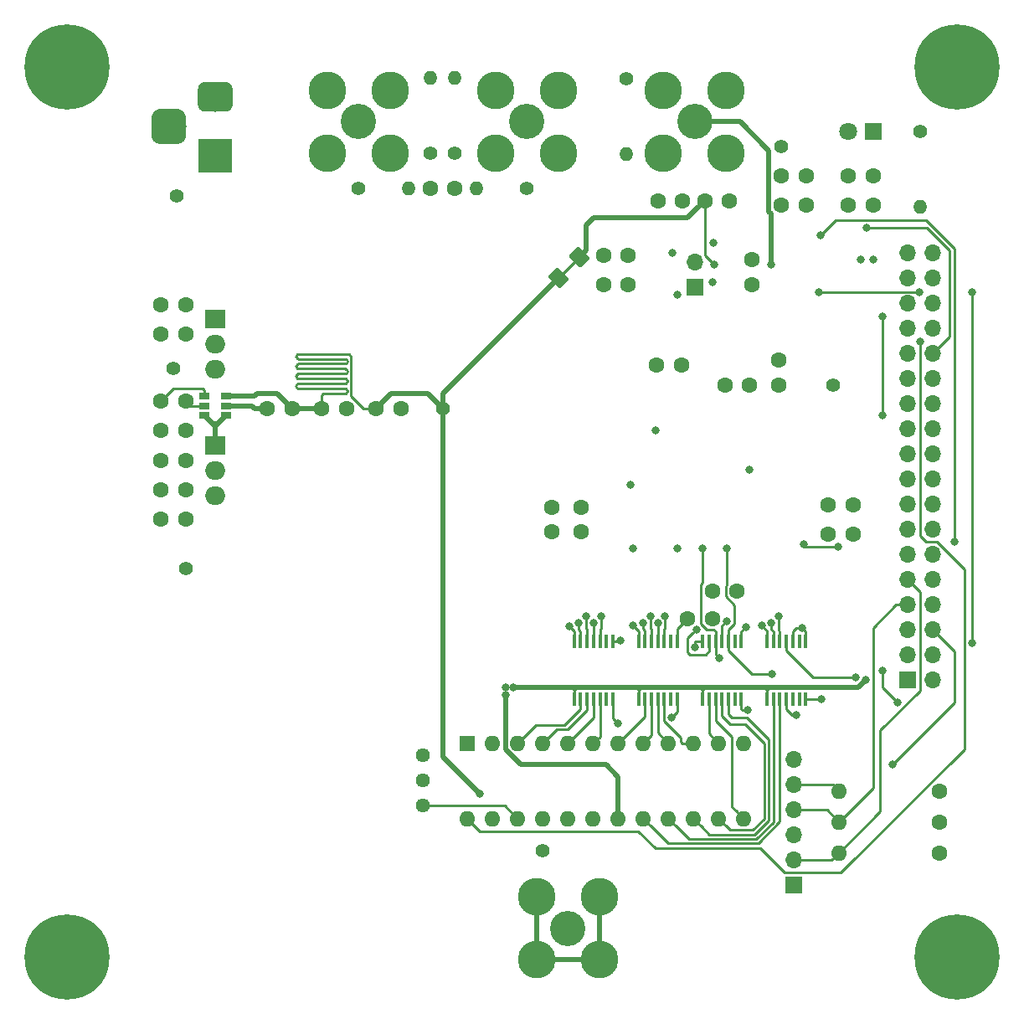
<source format=gbr>
G04 #@! TF.GenerationSoftware,KiCad,Pcbnew,(5.1.2)-1*
G04 #@! TF.CreationDate,2019-06-26T13:36:35-07:00*
G04 #@! TF.ProjectId,FIFO_P,4649464f-5f50-42e6-9b69-6361645f7063,rev?*
G04 #@! TF.SameCoordinates,Original*
G04 #@! TF.FileFunction,Copper,L4,Bot*
G04 #@! TF.FilePolarity,Positive*
%FSLAX46Y46*%
G04 Gerber Fmt 4.6, Leading zero omitted, Abs format (unit mm)*
G04 Created by KiCad (PCBNEW (5.1.2)-1) date 2019-06-26 13:36:35*
%MOMM*%
%LPD*%
G04 APERTURE LIST*
%ADD10C,1.600000*%
%ADD11O,2.000000X1.905000*%
%ADD12R,2.000000X1.905000*%
%ADD13O,1.700000X1.700000*%
%ADD14R,1.700000X1.700000*%
%ADD15O,1.600000X1.600000*%
%ADD16C,0.100000*%
%ADD17C,1.425000*%
%ADD18C,3.810000*%
%ADD19C,3.556000*%
%ADD20O,1.400000X1.400000*%
%ADD21C,1.400000*%
%ADD22C,1.399924*%
%ADD23R,0.450000X1.450000*%
%ADD24C,1.440000*%
%ADD25R,1.060000X0.650000*%
%ADD26C,3.500000*%
%ADD27C,3.000000*%
%ADD28R,3.500000X3.500000*%
%ADD29C,0.900000*%
%ADD30C,8.600000*%
%ADD31R,1.600000X1.600000*%
%ADD32C,1.800000*%
%ADD33R,1.800000X1.800000*%
%ADD34C,0.800000*%
%ADD35C,0.500000*%
%ADD36C,0.250000*%
G04 APERTURE END LIST*
D10*
X88250000Y-89000000D03*
X85750000Y-89000000D03*
X82750000Y-89000000D03*
X80250000Y-89000000D03*
X74750000Y-89000000D03*
X77250000Y-89000000D03*
D11*
X69500000Y-97830000D03*
X69500000Y-95290000D03*
D12*
X69500000Y-92750000D03*
D11*
X69500000Y-85080000D03*
X69500000Y-82540000D03*
D12*
X69500000Y-80000000D03*
D10*
X119000000Y-68000000D03*
X121500000Y-68000000D03*
X116750000Y-68000000D03*
X114250000Y-68000000D03*
X91250000Y-66750000D03*
X93750000Y-66750000D03*
D13*
X128000000Y-129630000D03*
X128000000Y-134710000D03*
X128000000Y-132170000D03*
X128000000Y-127090000D03*
D14*
X128000000Y-137250000D03*
D13*
X128000000Y-124550000D03*
X118000000Y-74250000D03*
D14*
X118000000Y-76790000D03*
D15*
X132580000Y-130840000D03*
D10*
X142740000Y-130840000D03*
D13*
X142040000Y-73320000D03*
X139500000Y-73320000D03*
X142040000Y-75860000D03*
X139500000Y-75860000D03*
X142040000Y-78400000D03*
X139500000Y-78400000D03*
X142040000Y-80940000D03*
X139500000Y-80940000D03*
X142040000Y-83480000D03*
X139500000Y-83480000D03*
X142040000Y-86020000D03*
X139500000Y-86020000D03*
X142040000Y-88560000D03*
X139500000Y-88560000D03*
X142040000Y-91100000D03*
X139500000Y-91100000D03*
X142040000Y-93640000D03*
X139500000Y-93640000D03*
X142040000Y-96180000D03*
X139500000Y-96180000D03*
X142040000Y-98720000D03*
X139500000Y-98720000D03*
X142040000Y-101260000D03*
X139500000Y-101260000D03*
X142040000Y-103800000D03*
X139500000Y-103800000D03*
X142040000Y-106340000D03*
X139500000Y-106340000D03*
X142040000Y-108880000D03*
X139500000Y-108880000D03*
X142040000Y-111420000D03*
X139500000Y-111420000D03*
X142040000Y-113960000D03*
X139500000Y-113960000D03*
X142040000Y-116500000D03*
D14*
X139500000Y-116500000D03*
D16*
G36*
X106211359Y-72680142D02*
G01*
X106235566Y-72683733D01*
X106259305Y-72689679D01*
X106282347Y-72697923D01*
X106304470Y-72708387D01*
X106325461Y-72720968D01*
X106345117Y-72735546D01*
X106363250Y-72751981D01*
X107248019Y-73636750D01*
X107264454Y-73654883D01*
X107279032Y-73674539D01*
X107291613Y-73695530D01*
X107302077Y-73717653D01*
X107310321Y-73740695D01*
X107316267Y-73764434D01*
X107319858Y-73788641D01*
X107321059Y-73813084D01*
X107319858Y-73837527D01*
X107316267Y-73861734D01*
X107310321Y-73885473D01*
X107302077Y-73908515D01*
X107291613Y-73930638D01*
X107279032Y-73951629D01*
X107264454Y-73971285D01*
X107248019Y-73989418D01*
X106593060Y-74644377D01*
X106574927Y-74660812D01*
X106555271Y-74675390D01*
X106534280Y-74687971D01*
X106512157Y-74698435D01*
X106489115Y-74706679D01*
X106465376Y-74712625D01*
X106441169Y-74716216D01*
X106416726Y-74717417D01*
X106392283Y-74716216D01*
X106368076Y-74712625D01*
X106344337Y-74706679D01*
X106321295Y-74698435D01*
X106299172Y-74687971D01*
X106278181Y-74675390D01*
X106258525Y-74660812D01*
X106240392Y-74644377D01*
X105355623Y-73759608D01*
X105339188Y-73741475D01*
X105324610Y-73721819D01*
X105312029Y-73700828D01*
X105301565Y-73678705D01*
X105293321Y-73655663D01*
X105287375Y-73631924D01*
X105283784Y-73607717D01*
X105282583Y-73583274D01*
X105283784Y-73558831D01*
X105287375Y-73534624D01*
X105293321Y-73510885D01*
X105301565Y-73487843D01*
X105312029Y-73465720D01*
X105324610Y-73444729D01*
X105339188Y-73425073D01*
X105355623Y-73406940D01*
X106010582Y-72751981D01*
X106028715Y-72735546D01*
X106048371Y-72720968D01*
X106069362Y-72708387D01*
X106091485Y-72697923D01*
X106114527Y-72689679D01*
X106138266Y-72683733D01*
X106162473Y-72680142D01*
X106186916Y-72678941D01*
X106211359Y-72680142D01*
X106211359Y-72680142D01*
G37*
D17*
X106301821Y-73698179D03*
D16*
G36*
X104107717Y-74783784D02*
G01*
X104131924Y-74787375D01*
X104155663Y-74793321D01*
X104178705Y-74801565D01*
X104200828Y-74812029D01*
X104221819Y-74824610D01*
X104241475Y-74839188D01*
X104259608Y-74855623D01*
X105144377Y-75740392D01*
X105160812Y-75758525D01*
X105175390Y-75778181D01*
X105187971Y-75799172D01*
X105198435Y-75821295D01*
X105206679Y-75844337D01*
X105212625Y-75868076D01*
X105216216Y-75892283D01*
X105217417Y-75916726D01*
X105216216Y-75941169D01*
X105212625Y-75965376D01*
X105206679Y-75989115D01*
X105198435Y-76012157D01*
X105187971Y-76034280D01*
X105175390Y-76055271D01*
X105160812Y-76074927D01*
X105144377Y-76093060D01*
X104489418Y-76748019D01*
X104471285Y-76764454D01*
X104451629Y-76779032D01*
X104430638Y-76791613D01*
X104408515Y-76802077D01*
X104385473Y-76810321D01*
X104361734Y-76816267D01*
X104337527Y-76819858D01*
X104313084Y-76821059D01*
X104288641Y-76819858D01*
X104264434Y-76816267D01*
X104240695Y-76810321D01*
X104217653Y-76802077D01*
X104195530Y-76791613D01*
X104174539Y-76779032D01*
X104154883Y-76764454D01*
X104136750Y-76748019D01*
X103251981Y-75863250D01*
X103235546Y-75845117D01*
X103220968Y-75825461D01*
X103208387Y-75804470D01*
X103197923Y-75782347D01*
X103189679Y-75759305D01*
X103183733Y-75735566D01*
X103180142Y-75711359D01*
X103178941Y-75686916D01*
X103180142Y-75662473D01*
X103183733Y-75638266D01*
X103189679Y-75614527D01*
X103197923Y-75591485D01*
X103208387Y-75569362D01*
X103220968Y-75548371D01*
X103235546Y-75528715D01*
X103251981Y-75510582D01*
X103906940Y-74855623D01*
X103925073Y-74839188D01*
X103944729Y-74824610D01*
X103965720Y-74812029D01*
X103987843Y-74801565D01*
X104010885Y-74793321D01*
X104034624Y-74787375D01*
X104058831Y-74783784D01*
X104083274Y-74782583D01*
X104107717Y-74783784D01*
X104107717Y-74783784D01*
G37*
D17*
X104198179Y-75801821D03*
D18*
X80825000Y-56825000D03*
X87175000Y-56825000D03*
X80825000Y-63175000D03*
D19*
X84000000Y-60000000D03*
D18*
X87175000Y-63175000D03*
D20*
X91250000Y-55630000D03*
D21*
X91250000Y-63250000D03*
D22*
X65576000Y-67500000D03*
D10*
X123515000Y-86656000D03*
X121015000Y-86656000D03*
X123750000Y-74000000D03*
X123750000Y-76500000D03*
D23*
X125300000Y-118450000D03*
X125950000Y-118450000D03*
X126600000Y-118450000D03*
X127250000Y-118450000D03*
X127900000Y-118450000D03*
X128550000Y-118450000D03*
X129200000Y-118450000D03*
X129200000Y-112550000D03*
X128550000Y-112550000D03*
X127900000Y-112550000D03*
X127250000Y-112550000D03*
X126600000Y-112550000D03*
X125950000Y-112550000D03*
X125300000Y-112550000D03*
D10*
X119750000Y-107500000D03*
X122250000Y-107500000D03*
D24*
X90515000Y-124126000D03*
X90515000Y-126666000D03*
X90515000Y-129206000D03*
D23*
X112300000Y-118450000D03*
X112950000Y-118450000D03*
X113600000Y-118450000D03*
X114250000Y-118450000D03*
X114900000Y-118450000D03*
X115550000Y-118450000D03*
X116200000Y-118450000D03*
X116200000Y-112550000D03*
X115550000Y-112550000D03*
X114900000Y-112550000D03*
X114250000Y-112550000D03*
X113600000Y-112550000D03*
X112950000Y-112550000D03*
X112300000Y-112550000D03*
D10*
X106500000Y-99000000D03*
X106500000Y-101500000D03*
D23*
X105800000Y-118450000D03*
X106450000Y-118450000D03*
X107100000Y-118450000D03*
X107750000Y-118450000D03*
X108400000Y-118450000D03*
X109050000Y-118450000D03*
X109700000Y-118450000D03*
X109700000Y-112550000D03*
X109050000Y-112550000D03*
X108400000Y-112550000D03*
X107750000Y-112550000D03*
X107100000Y-112550000D03*
X106450000Y-112550000D03*
X105800000Y-112550000D03*
D20*
X89080000Y-66750000D03*
D21*
X84000000Y-66750000D03*
D20*
X95920000Y-66750000D03*
D21*
X101000000Y-66750000D03*
D25*
X68400000Y-88750000D03*
X68400000Y-87800000D03*
X68400000Y-89700000D03*
X70600000Y-89700000D03*
X70600000Y-88750000D03*
X70600000Y-87800000D03*
D22*
X92500000Y-89000000D03*
D10*
X64000000Y-88250000D03*
X66500000Y-88250000D03*
D16*
G36*
X65760765Y-58754213D02*
G01*
X65845704Y-58766813D01*
X65928999Y-58787677D01*
X66009848Y-58816605D01*
X66087472Y-58853319D01*
X66161124Y-58897464D01*
X66230094Y-58948616D01*
X66293718Y-59006282D01*
X66351384Y-59069906D01*
X66402536Y-59138876D01*
X66446681Y-59212528D01*
X66483395Y-59290152D01*
X66512323Y-59371001D01*
X66533187Y-59454296D01*
X66545787Y-59539235D01*
X66550000Y-59625000D01*
X66550000Y-61375000D01*
X66545787Y-61460765D01*
X66533187Y-61545704D01*
X66512323Y-61628999D01*
X66483395Y-61709848D01*
X66446681Y-61787472D01*
X66402536Y-61861124D01*
X66351384Y-61930094D01*
X66293718Y-61993718D01*
X66230094Y-62051384D01*
X66161124Y-62102536D01*
X66087472Y-62146681D01*
X66009848Y-62183395D01*
X65928999Y-62212323D01*
X65845704Y-62233187D01*
X65760765Y-62245787D01*
X65675000Y-62250000D01*
X63925000Y-62250000D01*
X63839235Y-62245787D01*
X63754296Y-62233187D01*
X63671001Y-62212323D01*
X63590152Y-62183395D01*
X63512528Y-62146681D01*
X63438876Y-62102536D01*
X63369906Y-62051384D01*
X63306282Y-61993718D01*
X63248616Y-61930094D01*
X63197464Y-61861124D01*
X63153319Y-61787472D01*
X63116605Y-61709848D01*
X63087677Y-61628999D01*
X63066813Y-61545704D01*
X63054213Y-61460765D01*
X63050000Y-61375000D01*
X63050000Y-59625000D01*
X63054213Y-59539235D01*
X63066813Y-59454296D01*
X63087677Y-59371001D01*
X63116605Y-59290152D01*
X63153319Y-59212528D01*
X63197464Y-59138876D01*
X63248616Y-59069906D01*
X63306282Y-59006282D01*
X63369906Y-58948616D01*
X63438876Y-58897464D01*
X63512528Y-58853319D01*
X63590152Y-58816605D01*
X63671001Y-58787677D01*
X63754296Y-58766813D01*
X63839235Y-58754213D01*
X63925000Y-58750000D01*
X65675000Y-58750000D01*
X65760765Y-58754213D01*
X65760765Y-58754213D01*
G37*
D26*
X64800000Y-60500000D03*
D16*
G36*
X70573513Y-56003611D02*
G01*
X70646318Y-56014411D01*
X70717714Y-56032295D01*
X70787013Y-56057090D01*
X70853548Y-56088559D01*
X70916678Y-56126398D01*
X70975795Y-56170242D01*
X71030330Y-56219670D01*
X71079758Y-56274205D01*
X71123602Y-56333322D01*
X71161441Y-56396452D01*
X71192910Y-56462987D01*
X71217705Y-56532286D01*
X71235589Y-56603682D01*
X71246389Y-56676487D01*
X71250000Y-56750000D01*
X71250000Y-58250000D01*
X71246389Y-58323513D01*
X71235589Y-58396318D01*
X71217705Y-58467714D01*
X71192910Y-58537013D01*
X71161441Y-58603548D01*
X71123602Y-58666678D01*
X71079758Y-58725795D01*
X71030330Y-58780330D01*
X70975795Y-58829758D01*
X70916678Y-58873602D01*
X70853548Y-58911441D01*
X70787013Y-58942910D01*
X70717714Y-58967705D01*
X70646318Y-58985589D01*
X70573513Y-58996389D01*
X70500000Y-59000000D01*
X68500000Y-59000000D01*
X68426487Y-58996389D01*
X68353682Y-58985589D01*
X68282286Y-58967705D01*
X68212987Y-58942910D01*
X68146452Y-58911441D01*
X68083322Y-58873602D01*
X68024205Y-58829758D01*
X67969670Y-58780330D01*
X67920242Y-58725795D01*
X67876398Y-58666678D01*
X67838559Y-58603548D01*
X67807090Y-58537013D01*
X67782295Y-58467714D01*
X67764411Y-58396318D01*
X67753611Y-58323513D01*
X67750000Y-58250000D01*
X67750000Y-56750000D01*
X67753611Y-56676487D01*
X67764411Y-56603682D01*
X67782295Y-56532286D01*
X67807090Y-56462987D01*
X67838559Y-56396452D01*
X67876398Y-56333322D01*
X67920242Y-56274205D01*
X67969670Y-56219670D01*
X68024205Y-56170242D01*
X68083322Y-56126398D01*
X68146452Y-56088559D01*
X68212987Y-56057090D01*
X68282286Y-56032295D01*
X68353682Y-56014411D01*
X68426487Y-56003611D01*
X68500000Y-56000000D01*
X70500000Y-56000000D01*
X70573513Y-56003611D01*
X70573513Y-56003611D01*
G37*
D27*
X69500000Y-57500000D03*
D28*
X69500000Y-63500000D03*
D10*
X119750000Y-110250000D03*
X117250000Y-110250000D03*
D29*
X146780419Y-52219581D03*
X144500000Y-51275000D03*
X142219581Y-52219581D03*
X141275000Y-54500000D03*
X142219581Y-56780419D03*
X144500000Y-57725000D03*
X146780419Y-56780419D03*
X147725000Y-54500000D03*
D30*
X144500000Y-54500000D03*
D29*
X146780419Y-142219581D03*
X144500000Y-141275000D03*
X142219581Y-142219581D03*
X141275000Y-144500000D03*
X142219581Y-146780419D03*
X144500000Y-147725000D03*
X146780419Y-146780419D03*
X147725000Y-144500000D03*
D30*
X144500000Y-144500000D03*
D29*
X56780419Y-142219581D03*
X54500000Y-141275000D03*
X52219581Y-142219581D03*
X51275000Y-144500000D03*
X52219581Y-146780419D03*
X54500000Y-147725000D03*
X56780419Y-146780419D03*
X57725000Y-144500000D03*
D30*
X54500000Y-144500000D03*
X54500000Y-54500000D03*
D29*
X57725000Y-54500000D03*
X56780419Y-56780419D03*
X54500000Y-57725000D03*
X52219581Y-56780419D03*
X51275000Y-54500000D03*
X52219581Y-52219581D03*
X54500000Y-51275000D03*
X56780419Y-52219581D03*
D15*
X95010000Y-130500000D03*
X122950000Y-122880000D03*
X97550000Y-130500000D03*
X120410000Y-122880000D03*
X100090000Y-130500000D03*
X117870000Y-122880000D03*
X102630000Y-130500000D03*
X115330000Y-122880000D03*
X105170000Y-130500000D03*
X112790000Y-122880000D03*
X107710000Y-130500000D03*
X110250000Y-122880000D03*
X110250000Y-130500000D03*
X107710000Y-122880000D03*
X112790000Y-130500000D03*
X105170000Y-122880000D03*
X115330000Y-130500000D03*
X102630000Y-122880000D03*
X117870000Y-130500000D03*
X100090000Y-122880000D03*
X120410000Y-130500000D03*
X97550000Y-122880000D03*
X122950000Y-130500000D03*
D31*
X95010000Y-122880000D03*
D23*
X118800000Y-118450000D03*
X119450000Y-118450000D03*
X120100000Y-118450000D03*
X120750000Y-118450000D03*
X121400000Y-118450000D03*
X122050000Y-118450000D03*
X122700000Y-118450000D03*
X122700000Y-112550000D03*
X122050000Y-112550000D03*
X121400000Y-112550000D03*
X120750000Y-112550000D03*
X120100000Y-112550000D03*
X119450000Y-112550000D03*
X118800000Y-112550000D03*
D18*
X121175000Y-63175000D03*
X114825000Y-63175000D03*
X121175000Y-56825000D03*
D19*
X118000000Y-60000000D03*
D18*
X114825000Y-56825000D03*
D22*
X66500000Y-105186000D03*
X65250000Y-85000000D03*
X102630000Y-133750000D03*
X132015000Y-86656000D03*
X126750000Y-62500000D03*
D15*
X132580000Y-127720000D03*
D10*
X142740000Y-127720000D03*
D15*
X132580000Y-133970000D03*
D10*
X142740000Y-133970000D03*
D20*
X140750000Y-68620000D03*
D21*
X140750000Y-61000000D03*
D20*
X111042000Y-63276000D03*
D21*
X111042000Y-55656000D03*
D20*
X93750000Y-55630000D03*
D21*
X93750000Y-63250000D03*
D18*
X102000000Y-138400000D03*
X108350000Y-138400000D03*
X102000000Y-144750000D03*
D19*
X105175000Y-141575000D03*
D18*
X108350000Y-144750000D03*
X97825000Y-56825000D03*
X104175000Y-56825000D03*
X97825000Y-63175000D03*
D19*
X101000000Y-60000000D03*
D18*
X104175000Y-63175000D03*
D32*
X133460000Y-61000000D03*
D33*
X136000000Y-61000000D03*
D10*
X64000000Y-97250000D03*
X66500000Y-97250000D03*
X64000000Y-100250000D03*
X66500000Y-100250000D03*
X64000000Y-91250000D03*
X66500000Y-91250000D03*
X64000000Y-94250000D03*
X66500000Y-94250000D03*
X64000000Y-81500000D03*
X66500000Y-81500000D03*
X64000000Y-78500000D03*
X66500000Y-78500000D03*
X103500000Y-99000000D03*
X103500000Y-101500000D03*
X134000000Y-101750000D03*
X131500000Y-101750000D03*
X134000000Y-98750000D03*
X131500000Y-98750000D03*
X126515000Y-84156000D03*
X126515000Y-86656000D03*
X126750000Y-65500000D03*
X129250000Y-65500000D03*
X133500000Y-65500000D03*
X136000000Y-65500000D03*
X116615000Y-84606000D03*
X114115000Y-84606000D03*
X126750000Y-68500000D03*
X129250000Y-68500000D03*
X133500000Y-68500000D03*
X136000000Y-68500000D03*
X111250000Y-76500000D03*
X108750000Y-76500000D03*
X108750000Y-73500000D03*
X111250000Y-73500000D03*
D34*
X119850000Y-72250000D03*
X115750000Y-73250000D03*
X135275000Y-116429000D03*
X99665000Y-117191000D03*
X98839999Y-118016001D03*
X98839999Y-117191000D03*
X134750000Y-74000000D03*
X118015000Y-113156000D03*
X124750000Y-111000000D03*
X111750000Y-111000000D03*
X105301315Y-111066228D03*
X123329998Y-119529426D03*
X115625000Y-120239000D03*
X110206000Y-120874000D03*
X130765000Y-118406000D03*
X96250000Y-128000000D03*
X119982796Y-74500993D03*
X125750000Y-74500000D03*
X135400000Y-70750000D03*
X136950000Y-89750000D03*
X137000000Y-79750000D03*
X130750000Y-71500000D03*
X128987347Y-102762653D03*
X144250000Y-102500000D03*
X132500000Y-103000000D03*
X146000000Y-112750000D03*
X134250000Y-116250000D03*
X137000000Y-115500000D03*
X138500000Y-118750000D03*
X140724999Y-77224999D03*
X146000000Y-77250000D03*
X130525001Y-77224999D03*
X138000000Y-125000000D03*
X140750000Y-82250000D03*
X126500000Y-110000000D03*
X125750000Y-110750000D03*
X121265000Y-103156000D03*
X125765000Y-115906000D03*
X121250000Y-110500000D03*
X118800000Y-103191000D03*
X120500000Y-114250000D03*
X118165339Y-111355661D03*
X115000000Y-110000000D03*
X114250000Y-110750000D03*
X113500000Y-110000000D03*
X112750000Y-110750000D03*
X108500000Y-110000000D03*
X107750000Y-110750000D03*
X107000000Y-110000000D03*
X106250000Y-110750000D03*
X128250000Y-120000000D03*
X116250000Y-77500000D03*
X119750000Y-76250000D03*
X136000000Y-74000000D03*
X123500000Y-95250000D03*
X114000000Y-91250000D03*
X111500000Y-96750000D03*
X128877805Y-111233871D03*
X110500000Y-112500000D03*
X123160000Y-111095000D03*
X111765000Y-103156000D03*
X116265000Y-103156000D03*
D35*
X69500000Y-92750000D02*
X69500000Y-90800000D01*
X69225000Y-90525000D02*
X69775000Y-90525000D01*
X69775000Y-90525000D02*
X70600000Y-89700000D01*
X69500000Y-90800000D02*
X69775000Y-90525000D01*
X69225000Y-90525000D02*
X68400000Y-89700000D01*
X69500000Y-90800000D02*
X69225000Y-90525000D01*
X135275000Y-116429000D02*
X134513000Y-117191000D01*
D36*
X105516000Y-117191000D02*
X105253000Y-117191000D01*
X105800000Y-117475000D02*
X105516000Y-117191000D01*
X106084000Y-117191000D02*
X106269000Y-117191000D01*
X105800000Y-117475000D02*
X106084000Y-117191000D01*
X105800000Y-118450000D02*
X105800000Y-117475000D01*
D35*
X106269000Y-117191000D02*
X105253000Y-117191000D01*
D36*
X112016000Y-117191000D02*
X111730000Y-117191000D01*
X112300000Y-117475000D02*
X112016000Y-117191000D01*
D35*
X111730000Y-117191000D02*
X106269000Y-117191000D01*
D36*
X112584000Y-117191000D02*
X112746000Y-117191000D01*
X112300000Y-117475000D02*
X112584000Y-117191000D01*
X112300000Y-118450000D02*
X112300000Y-117475000D01*
D35*
X112746000Y-117191000D02*
X111730000Y-117191000D01*
D36*
X118516000Y-117191000D02*
X118334000Y-117191000D01*
X118800000Y-117475000D02*
X118516000Y-117191000D01*
D35*
X118334000Y-117191000D02*
X112746000Y-117191000D01*
D36*
X119084000Y-117191000D02*
X119350000Y-117191000D01*
X118800000Y-117475000D02*
X119084000Y-117191000D01*
X118800000Y-118450000D02*
X118800000Y-117475000D01*
D35*
X119350000Y-117191000D02*
X118334000Y-117191000D01*
D36*
X125065000Y-117240000D02*
X125065000Y-117191000D01*
X125300000Y-117475000D02*
X125065000Y-117240000D01*
D35*
X125065000Y-117191000D02*
X119350000Y-117191000D01*
D36*
X125584000Y-117191000D02*
X125954000Y-117191000D01*
X125300000Y-117475000D02*
X125584000Y-117191000D01*
X125300000Y-118450000D02*
X125300000Y-117475000D01*
D35*
X134513000Y-117191000D02*
X125954000Y-117191000D01*
X125954000Y-117191000D02*
X125065000Y-117191000D01*
X105253000Y-117191000D02*
X99665000Y-117191000D01*
X98839999Y-117191000D02*
X98839999Y-117191000D01*
X110250000Y-126250000D02*
X110250000Y-130500000D01*
X109000000Y-125000000D02*
X110250000Y-126250000D01*
X100359998Y-125000000D02*
X109000000Y-125000000D01*
X98839999Y-118016001D02*
X98839999Y-123480001D01*
X98839999Y-123480001D02*
X100359998Y-125000000D01*
D36*
X125300000Y-112550000D02*
X125300000Y-111550000D01*
X125300000Y-111550000D02*
X124750000Y-111000000D01*
X112300000Y-112550000D02*
X112300000Y-111550000D01*
X112300000Y-111550000D02*
X111750000Y-111000000D01*
X105800000Y-112550000D02*
X105800000Y-111564913D01*
X105800000Y-111564913D02*
X105301315Y-111066228D01*
X122700000Y-118450000D02*
X122700000Y-118899428D01*
X116200000Y-118450000D02*
X116200000Y-119664000D01*
X116200000Y-119664000D02*
X115625000Y-120239000D01*
X122700000Y-119425000D02*
X122700000Y-118450000D01*
X122804426Y-119529426D02*
X122700000Y-119425000D01*
X123329998Y-119529426D02*
X122804426Y-119529426D01*
X109700000Y-118450000D02*
X109700000Y-119425000D01*
X109700000Y-119425000D02*
X109700000Y-120368000D01*
X109700000Y-120368000D02*
X110206000Y-120874000D01*
X118015000Y-112590315D02*
X118015000Y-113156000D01*
X118055315Y-112550000D02*
X118015000Y-112590315D01*
X118800000Y-112550000D02*
X118055315Y-112550000D01*
X129200000Y-118450000D02*
X130721000Y-118450000D01*
X130721000Y-118450000D02*
X130765000Y-118406000D01*
D35*
X76450001Y-88200001D02*
X77250000Y-89000000D01*
X75750000Y-87500000D02*
X76450001Y-88200001D01*
X73750000Y-87500000D02*
X75750000Y-87500000D01*
X70600000Y-87800000D02*
X73450000Y-87800000D01*
X73450000Y-87800000D02*
X73750000Y-87500000D01*
X77250000Y-89000000D02*
X80250000Y-89000000D01*
D36*
X84500000Y-89000000D02*
X85750000Y-89000000D01*
X83250000Y-87750000D02*
X84500000Y-89000000D01*
X83250000Y-83750000D02*
X83250000Y-87750000D01*
X83000000Y-83500000D02*
X83250000Y-83750000D01*
X77909605Y-83500000D02*
X83000000Y-83500000D01*
X77853975Y-83506268D02*
X77909605Y-83500000D01*
X77801135Y-83524757D02*
X77853975Y-83506268D01*
X77753733Y-83554542D02*
X77801135Y-83524757D01*
X77714148Y-83594127D02*
X77753733Y-83554542D01*
X77684363Y-83641529D02*
X77714148Y-83594127D01*
X77665874Y-83694369D02*
X77684363Y-83641529D01*
X77659605Y-83750000D02*
X77665874Y-83694369D01*
X77665874Y-83805630D02*
X77659605Y-83750000D01*
X77684363Y-83858470D02*
X77665874Y-83805630D01*
X77714148Y-83905872D02*
X77684363Y-83858470D01*
X77753733Y-83945457D02*
X77714148Y-83905872D01*
X77801135Y-83975242D02*
X77753733Y-83945457D01*
X77853975Y-83993731D02*
X77801135Y-83975242D01*
X77909605Y-84000000D02*
X77853975Y-83993731D01*
X82590395Y-84000000D02*
X77909605Y-84000000D01*
X82646025Y-84006268D02*
X82590395Y-84000000D01*
X82698865Y-84024757D02*
X82646025Y-84006268D01*
X82746267Y-84054542D02*
X82698865Y-84024757D01*
X82785852Y-84094127D02*
X82746267Y-84054542D01*
X82815637Y-84141529D02*
X82785852Y-84094127D01*
X82834126Y-84194369D02*
X82815637Y-84141529D01*
X82840395Y-84250000D02*
X82834126Y-84194369D01*
X82834126Y-84305630D02*
X82840395Y-84250000D01*
X82815637Y-84358470D02*
X82834126Y-84305630D01*
X82785852Y-84405872D02*
X82815637Y-84358470D01*
X82746267Y-84445457D02*
X82785852Y-84405872D01*
X82698865Y-84475242D02*
X82746267Y-84445457D01*
X82646025Y-84493731D02*
X82698865Y-84475242D01*
X82590395Y-84500000D02*
X82646025Y-84493731D01*
X77909605Y-84500000D02*
X82590395Y-84500000D01*
X77853975Y-84506268D02*
X77909605Y-84500000D01*
X77801135Y-84524757D02*
X77853975Y-84506268D01*
X77753733Y-84554542D02*
X77801135Y-84524757D01*
X77714148Y-84594127D02*
X77753733Y-84554542D01*
X77684363Y-84641529D02*
X77714148Y-84594127D01*
X77665874Y-84694369D02*
X77684363Y-84641529D01*
X77659605Y-84750000D02*
X77665874Y-84694369D01*
X77665874Y-84805630D02*
X77659605Y-84750000D01*
X77684363Y-84858470D02*
X77665874Y-84805630D01*
X77714148Y-84905872D02*
X77684363Y-84858470D01*
X77753733Y-84945457D02*
X77714148Y-84905872D01*
X77801135Y-84975242D02*
X77753733Y-84945457D01*
X77853975Y-84993731D02*
X77801135Y-84975242D01*
X77909605Y-85000000D02*
X77853975Y-84993731D01*
X82590395Y-85000000D02*
X77909605Y-85000000D01*
X82646025Y-85006268D02*
X82590395Y-85000000D01*
X82698865Y-85024757D02*
X82646025Y-85006268D01*
X82746267Y-85054542D02*
X82698865Y-85024757D01*
X82785852Y-85094127D02*
X82746267Y-85054542D01*
X82815637Y-85141529D02*
X82785852Y-85094127D01*
X77753733Y-86554542D02*
X77801135Y-86524757D01*
X77714148Y-86594127D02*
X77753733Y-86554542D01*
X77684363Y-86641529D02*
X77714148Y-86594127D01*
X77659605Y-86750000D02*
X77665874Y-86694369D01*
X77753733Y-86945457D02*
X77714148Y-86905872D01*
X77909605Y-87000000D02*
X77853975Y-86993731D01*
X82590395Y-87000000D02*
X77909605Y-87000000D01*
X77801135Y-86975242D02*
X77753733Y-86945457D01*
X82646025Y-87006268D02*
X82590395Y-87000000D01*
X82698865Y-87024757D02*
X82646025Y-87006268D01*
X82746267Y-87054542D02*
X82698865Y-87024757D01*
X77665874Y-86805630D02*
X77659605Y-86750000D01*
X82785852Y-87094127D02*
X82746267Y-87054542D01*
X77684363Y-86858470D02*
X77665874Y-86805630D01*
X82815637Y-87141529D02*
X82785852Y-87094127D01*
X82815637Y-87358470D02*
X82834126Y-87305630D01*
X77714148Y-86905872D02*
X77684363Y-86858470D01*
X77665874Y-86694369D02*
X77684363Y-86641529D01*
X77909605Y-86500000D02*
X82590395Y-86500000D01*
X82834126Y-87305630D02*
X82840395Y-87250000D01*
X82840395Y-87250000D02*
X82834126Y-87194369D01*
X80500000Y-87500000D02*
X82590395Y-87500000D01*
X82834126Y-87194369D02*
X82815637Y-87141529D01*
X77853975Y-86993731D02*
X77801135Y-86975242D01*
X80256268Y-87694369D02*
X80274757Y-87641529D01*
X82590395Y-87500000D02*
X82646025Y-87493731D01*
X80274757Y-87641529D02*
X80304542Y-87594127D01*
X80391529Y-87524757D02*
X80444369Y-87506268D01*
X80444369Y-87506268D02*
X80500000Y-87500000D01*
X82834126Y-85194369D02*
X82815637Y-85141529D01*
X82698865Y-87475242D02*
X82746267Y-87445457D01*
X82646025Y-87493731D02*
X82698865Y-87475242D01*
X82746267Y-87445457D02*
X82785852Y-87405872D01*
X82785852Y-86405872D02*
X82815637Y-86358470D01*
X80250000Y-87750000D02*
X80256268Y-87694369D01*
X82785852Y-87405872D02*
X82815637Y-87358470D01*
X77801135Y-86524757D02*
X77853975Y-86506268D01*
X77853975Y-86506268D02*
X77909605Y-86500000D01*
X82590395Y-86500000D02*
X82646025Y-86493731D01*
X80344127Y-87554542D02*
X80391529Y-87524757D01*
X82646025Y-86493731D02*
X82698865Y-86475242D01*
X82698865Y-86475242D02*
X82746267Y-86445457D01*
X82746267Y-86445457D02*
X82785852Y-86405872D01*
X82815637Y-86358470D02*
X82834126Y-86305630D01*
X82834126Y-86305630D02*
X82840395Y-86250000D01*
X82840395Y-86250000D02*
X82834126Y-86194369D01*
X82834126Y-86194369D02*
X82815637Y-86141529D01*
X82815637Y-86141529D02*
X82785852Y-86094127D01*
X82785852Y-86094127D02*
X82746267Y-86054542D01*
X82746267Y-86054542D02*
X82698865Y-86024757D01*
X82698865Y-86024757D02*
X82646025Y-86006268D01*
X82646025Y-86006268D02*
X82590395Y-86000000D01*
X82590395Y-86000000D02*
X77909605Y-86000000D01*
X77909605Y-86000000D02*
X77853975Y-85993731D01*
X77853975Y-85993731D02*
X77801135Y-85975242D01*
X77801135Y-85975242D02*
X77753733Y-85945457D01*
X77753733Y-85945457D02*
X77714148Y-85905872D01*
X77714148Y-85905872D02*
X77684363Y-85858470D01*
X80250000Y-89000000D02*
X80250000Y-87750000D01*
X77684363Y-85858470D02*
X77665874Y-85805630D01*
X82840395Y-85250000D02*
X82834126Y-85194369D01*
X77665874Y-85805630D02*
X77659605Y-85750000D01*
X77659605Y-85750000D02*
X77665874Y-85694369D01*
X77665874Y-85694369D02*
X77684363Y-85641529D01*
X80304542Y-87594127D02*
X80344127Y-87554542D01*
X77684363Y-85641529D02*
X77714148Y-85594127D01*
X77714148Y-85594127D02*
X77753733Y-85554542D01*
X77753733Y-85554542D02*
X77801135Y-85524757D01*
X77801135Y-85524757D02*
X77853975Y-85506268D01*
X77853975Y-85506268D02*
X77909605Y-85500000D01*
X77909605Y-85500000D02*
X82590395Y-85500000D01*
X82590395Y-85500000D02*
X82646025Y-85493731D01*
X82785852Y-85405872D02*
X82815637Y-85358470D01*
X82646025Y-85493731D02*
X82698865Y-85475242D01*
X82698865Y-85475242D02*
X82746267Y-85445457D01*
X82746267Y-85445457D02*
X82785852Y-85405872D01*
X82815637Y-85358470D02*
X82834126Y-85305630D01*
X82834126Y-85305630D02*
X82840395Y-85250000D01*
D35*
X91800039Y-88300039D02*
X92500000Y-89000000D01*
X91000000Y-87500000D02*
X91800039Y-88300039D01*
X85750000Y-89000000D02*
X87250000Y-87500000D01*
X87250000Y-87500000D02*
X91000000Y-87500000D01*
X92500000Y-89000000D02*
X92500000Y-124250000D01*
X92500000Y-124250000D02*
X95625000Y-127375000D01*
X95625000Y-127375000D02*
X96250000Y-128000000D01*
D36*
X119000000Y-73518197D02*
X119000000Y-68000000D01*
X119982796Y-74500993D02*
X119000000Y-73518197D01*
D35*
X92500000Y-89000000D02*
X92500000Y-87500000D01*
X92500000Y-87500000D02*
X93500000Y-86500000D01*
X118200001Y-68799999D02*
X119000000Y-68000000D01*
X117250000Y-69750000D02*
X118200001Y-68799999D01*
X107000000Y-70500000D02*
X107750000Y-69750000D01*
X105959619Y-74040381D02*
X107000000Y-73000000D01*
X107000000Y-73000000D02*
X107000000Y-70500000D01*
X107750000Y-69750000D02*
X117250000Y-69750000D01*
X93500000Y-86500000D02*
X104198179Y-75801821D01*
D36*
X105727298Y-74272702D02*
X104198179Y-75801821D01*
X106301821Y-73698179D02*
X105727298Y-74272702D01*
X67000000Y-88750000D02*
X66500000Y-88250000D01*
X68400000Y-88750000D02*
X67000000Y-88750000D01*
D35*
X122548054Y-60000000D02*
X118000000Y-60000000D01*
X125499999Y-62951945D02*
X122548054Y-60000000D01*
X125499999Y-69100001D02*
X125499999Y-62951945D01*
X125750000Y-69350002D02*
X125499999Y-69100001D01*
X125750000Y-74500000D02*
X125750000Y-69350002D01*
D36*
X140349999Y-107189999D02*
X139500000Y-106340000D01*
X140750000Y-107590000D02*
X140349999Y-107189999D01*
X140750000Y-117535002D02*
X140750000Y-107590000D01*
X136750000Y-121535002D02*
X140750000Y-117535002D01*
X142040000Y-111420000D02*
X144250000Y-113630000D01*
X144250000Y-118750000D02*
X138055000Y-124945000D01*
X144250000Y-113630000D02*
X144250000Y-118750000D01*
X100090000Y-130500000D02*
X98796000Y-129206000D01*
X98796000Y-129206000D02*
X90515000Y-129206000D01*
X142889999Y-82630001D02*
X142040000Y-83480000D01*
X143750000Y-81770000D02*
X142889999Y-82630001D01*
X143750000Y-73000000D02*
X143750000Y-81770000D01*
X135400000Y-70750000D02*
X141500000Y-70750000D01*
X141500000Y-70750000D02*
X143750000Y-73000000D01*
X136950000Y-89750000D02*
X136950000Y-89750000D01*
X136950000Y-89750000D02*
X136950000Y-79800000D01*
X136950000Y-79800000D02*
X137000000Y-79750000D01*
X129224694Y-103000000D02*
X128987347Y-102762653D01*
X132500000Y-103000000D02*
X129224694Y-103000000D01*
X144250000Y-72863590D02*
X144250000Y-102500000D01*
X141386410Y-70000000D02*
X144250000Y-72863590D01*
X130750000Y-71500000D02*
X132250000Y-70000000D01*
X132250000Y-70000000D02*
X141386410Y-70000000D01*
X129975000Y-116250000D02*
X134250000Y-116250000D01*
X127250000Y-112550000D02*
X127250000Y-113525000D01*
X127250000Y-113525000D02*
X129975000Y-116250000D01*
X137000000Y-115500000D02*
X137000000Y-117250000D01*
X137000000Y-117250000D02*
X138500000Y-118750000D01*
X146000000Y-97750000D02*
X146000000Y-112750000D01*
X146000000Y-77250000D02*
X146000000Y-97750000D01*
X130525001Y-77224999D02*
X130525001Y-77224999D01*
X130525001Y-77224999D02*
X140724999Y-77224999D01*
X131370000Y-129630000D02*
X128000000Y-129630000D01*
X132580000Y-130840000D02*
X131370000Y-129630000D01*
X136000000Y-127420000D02*
X132580000Y-130840000D01*
X136000000Y-111177919D02*
X136000000Y-127420000D01*
X139500000Y-108880000D02*
X138297919Y-108880000D01*
X138297919Y-108880000D02*
X136000000Y-111177919D01*
X131840000Y-134710000D02*
X132580000Y-133970000D01*
X128000000Y-134710000D02*
X131840000Y-134710000D01*
X132580000Y-133970000D02*
X136750000Y-129800000D01*
X136750000Y-129640000D02*
X136750000Y-121535002D01*
X136750000Y-129800000D02*
X136750000Y-129640000D01*
X131950000Y-127090000D02*
X132580000Y-127720000D01*
X128000000Y-127090000D02*
X131950000Y-127090000D01*
X138055000Y-124945000D02*
X138000000Y-125000000D01*
X96280000Y-131770000D02*
X95010000Y-130500000D01*
X124610000Y-133500000D02*
X114000000Y-133500000D01*
X132780000Y-135970000D02*
X127080000Y-135970000D01*
X140750000Y-101899000D02*
X141351000Y-102500000D01*
X112270000Y-131770000D02*
X96280000Y-131770000D01*
X127080000Y-135970000D02*
X124610000Y-133500000D01*
X140750000Y-82250000D02*
X140750000Y-101899000D01*
X141351000Y-102500000D02*
X142479002Y-102500000D01*
X114000000Y-133500000D02*
X112270000Y-131770000D01*
X142479002Y-102500000D02*
X145250000Y-105270998D01*
X145250000Y-105270998D02*
X145250000Y-123500000D01*
X145250000Y-123500000D02*
X132780000Y-135970000D01*
X126500000Y-110565685D02*
X126500000Y-110000000D01*
X126500000Y-111475000D02*
X126500000Y-110565685D01*
X126600000Y-111575000D02*
X126500000Y-111475000D01*
X126600000Y-112550000D02*
X126600000Y-111575000D01*
X125950000Y-111575000D02*
X125750000Y-111375000D01*
X125950000Y-112550000D02*
X125950000Y-111575000D01*
X125750000Y-111375000D02*
X125750000Y-110750000D01*
X121400000Y-111400000D02*
X122000000Y-110800000D01*
X121400000Y-112550000D02*
X121400000Y-111400000D01*
X122000000Y-110800000D02*
X122000000Y-108915002D01*
X122000000Y-108915002D02*
X121124999Y-108040001D01*
X121124999Y-108040001D02*
X121124999Y-106959999D01*
X121124999Y-106959999D02*
X121200000Y-106884998D01*
X121200000Y-103221000D02*
X121200000Y-103591000D01*
X121265000Y-103156000D02*
X121200000Y-103221000D01*
X121200000Y-106884998D02*
X121200000Y-103591000D01*
X121200000Y-103591000D02*
X121200000Y-103341000D01*
X123781000Y-115906000D02*
X124839856Y-115906000D01*
X121400000Y-112550000D02*
X121400000Y-113525000D01*
X121400000Y-113525000D02*
X123781000Y-115906000D01*
X124839856Y-115906000D02*
X125765000Y-115906000D01*
X120750000Y-111000000D02*
X120750000Y-112550000D01*
X121250000Y-110500000D02*
X120750000Y-111000000D01*
X120100000Y-111565002D02*
X119909999Y-111375001D01*
X120100000Y-112550000D02*
X120100000Y-111565002D01*
X119909999Y-111375001D02*
X119209999Y-111375001D01*
X119209999Y-111375001D02*
X118624999Y-110790001D01*
X118765000Y-103226000D02*
X118800000Y-103191000D01*
X118765000Y-106656000D02*
X118765000Y-103226000D01*
X118624999Y-110790001D02*
X118624999Y-106796001D01*
X118624999Y-106796001D02*
X118765000Y-106656000D01*
X120100000Y-112550000D02*
X120100000Y-113850000D01*
X120100000Y-113850000D02*
X120500000Y-114250000D01*
X119450000Y-112550000D02*
X119450000Y-113525000D01*
X117250000Y-113641000D02*
X117250000Y-112271000D01*
X117250000Y-112271000D02*
X117765340Y-111755660D01*
X117515000Y-113906000D02*
X117250000Y-113641000D01*
X117765340Y-111755660D02*
X118165339Y-111355661D01*
X119069000Y-113906000D02*
X117515000Y-113906000D01*
X119450000Y-113525000D02*
X119069000Y-113906000D01*
X115000000Y-111250000D02*
X115000000Y-110000000D01*
X114900000Y-112550000D02*
X114900000Y-111350000D01*
X114900000Y-111350000D02*
X115000000Y-111250000D01*
X114250000Y-112550000D02*
X114250000Y-110750000D01*
X113500000Y-110565685D02*
X113500000Y-110000000D01*
X113500000Y-111250000D02*
X113500000Y-110565685D01*
X113600000Y-112550000D02*
X113600000Y-111350000D01*
X113600000Y-111350000D02*
X113500000Y-111250000D01*
X112950000Y-111500000D02*
X112950000Y-112550000D01*
X112750000Y-110750000D02*
X112750000Y-111300000D01*
X112750000Y-111300000D02*
X112950000Y-111500000D01*
X108500000Y-111250000D02*
X108500000Y-110000000D01*
X108400000Y-112550000D02*
X108400000Y-111350000D01*
X108400000Y-111350000D02*
X108500000Y-111250000D01*
X107750000Y-112550000D02*
X107750000Y-110750000D01*
X107000000Y-111250000D02*
X107000000Y-110000000D01*
X107100000Y-112550000D02*
X107100000Y-111350000D01*
X107100000Y-111350000D02*
X107000000Y-111250000D01*
X106250000Y-111375000D02*
X106250000Y-110750000D01*
X106450000Y-112550000D02*
X106450000Y-111575000D01*
X106450000Y-111575000D02*
X106250000Y-111375000D01*
X100889999Y-122080001D02*
X100090000Y-122880000D01*
X101920010Y-121049990D02*
X100889999Y-122080001D01*
X104825010Y-121049990D02*
X101920010Y-121049990D01*
X106450000Y-119425000D02*
X104825010Y-121049990D01*
X106450000Y-118450000D02*
X106450000Y-119425000D01*
X103429999Y-122080001D02*
X102630000Y-122880000D01*
X104010000Y-121500000D02*
X103429999Y-122080001D01*
X105106410Y-121500000D02*
X104010000Y-121500000D01*
X107100000Y-119506410D02*
X105106410Y-121500000D01*
X107100000Y-118450000D02*
X107100000Y-119506410D01*
X107750000Y-120300000D02*
X105170000Y-122880000D01*
X107750000Y-118450000D02*
X107750000Y-120300000D01*
X107900000Y-122690000D02*
X107710000Y-122880000D01*
X108400000Y-122190000D02*
X107710000Y-122880000D01*
X108400000Y-118450000D02*
X108400000Y-122190000D01*
X112950000Y-120180000D02*
X110250000Y-122880000D01*
X112950000Y-118450000D02*
X112950000Y-120180000D01*
X113100000Y-122570000D02*
X112790000Y-122880000D01*
X112600000Y-122690000D02*
X112790000Y-122880000D01*
X113600000Y-122070000D02*
X112790000Y-122880000D01*
X113600000Y-118450000D02*
X113600000Y-122070000D01*
X115250000Y-122800000D02*
X115330000Y-122880000D01*
X114250000Y-121800000D02*
X115330000Y-122880000D01*
X114250000Y-121800000D02*
X114250000Y-118450000D01*
X114900000Y-119425000D02*
X114900000Y-118450000D01*
X114899999Y-120636498D02*
X114900000Y-119425000D01*
X116556000Y-122292499D02*
X114899999Y-120636498D01*
X116556000Y-122697370D02*
X116556000Y-122292499D01*
X116738630Y-122880000D02*
X116556000Y-122697370D01*
X117870000Y-122880000D02*
X116738630Y-122880000D01*
X120450000Y-122840000D02*
X120410000Y-122880000D01*
X119450000Y-121920000D02*
X120410000Y-122880000D01*
X119450000Y-118450000D02*
X119450000Y-121920000D01*
X122150001Y-129700001D02*
X122950000Y-130500000D01*
X121750000Y-129300000D02*
X122150001Y-129700001D01*
X121750000Y-122265000D02*
X121750000Y-129300000D01*
X120100000Y-118450000D02*
X120100000Y-120615000D01*
X120100000Y-120615000D02*
X121750000Y-122265000D01*
X125000000Y-122886410D02*
X125000000Y-130500000D01*
X121563600Y-120950011D02*
X123063601Y-120950011D01*
X120750000Y-118450000D02*
X120750000Y-120136411D01*
X120750000Y-120136411D02*
X121563600Y-120950011D01*
X121535001Y-131625001D02*
X121209999Y-131299999D01*
X125000000Y-130500000D02*
X123874999Y-131625001D01*
X123063601Y-120950011D02*
X125000000Y-122886410D01*
X123874999Y-131625001D02*
X121535001Y-131625001D01*
X121209999Y-131299999D02*
X120410000Y-130500000D01*
X124036433Y-132099978D02*
X119469978Y-132099978D01*
X119469978Y-132099978D02*
X118669999Y-131299999D01*
X125450011Y-130686400D02*
X124036433Y-132099978D01*
X123250001Y-120250000D02*
X125450011Y-122450010D01*
X121750000Y-120250000D02*
X123250001Y-120250000D01*
X121400000Y-119900000D02*
X121750000Y-120250000D01*
X121400000Y-118450000D02*
X121400000Y-119900000D01*
X118669999Y-131299999D02*
X117870000Y-130500000D01*
X125450011Y-122450010D02*
X125450011Y-130686400D01*
X117379989Y-132549989D02*
X116129999Y-131299999D01*
X124222833Y-132549989D02*
X117379989Y-132549989D01*
X125950000Y-130822822D02*
X124222833Y-132549989D01*
X125950000Y-118450000D02*
X125950000Y-130822822D01*
X116129999Y-131299999D02*
X115330000Y-130500000D01*
X113589999Y-131299999D02*
X112790000Y-130500000D01*
X126600000Y-118450000D02*
X126600000Y-130809233D01*
X115290000Y-133000000D02*
X113589999Y-131299999D01*
X126600000Y-130809233D02*
X124409233Y-133000000D01*
X124409233Y-133000000D02*
X115290000Y-133000000D01*
X127825000Y-120000000D02*
X128250000Y-120000000D01*
X127250000Y-118450000D02*
X127250000Y-119425000D01*
X127250000Y-119425000D02*
X127825000Y-120000000D01*
D35*
X102000000Y-141094076D02*
X102000000Y-144750000D01*
X102000000Y-138400000D02*
X102000000Y-141094076D01*
X108350000Y-144750000D02*
X102000000Y-144750000D01*
X108350000Y-138400000D02*
X108350000Y-144750000D01*
D36*
X64799999Y-87450001D02*
X64000000Y-88250000D01*
X65250000Y-87000000D02*
X64799999Y-87450001D01*
X68262500Y-87000000D02*
X65250000Y-87000000D01*
X68400000Y-87800000D02*
X68400000Y-87137500D01*
X68400000Y-87137500D02*
X68262500Y-87000000D01*
X129200000Y-111575000D02*
X129200000Y-112550000D01*
X128875000Y-111250000D02*
X129200000Y-111575000D01*
X127900000Y-112550000D02*
X127900000Y-111575000D01*
D35*
X73250000Y-88750000D02*
X73500000Y-89000000D01*
X73500000Y-89000000D02*
X74750000Y-89000000D01*
X70600000Y-88750000D02*
X73250000Y-88750000D01*
D36*
X116200000Y-111300000D02*
X117250000Y-110250000D01*
X116200000Y-112550000D02*
X116200000Y-111300000D01*
X127900000Y-111575000D02*
X128225000Y-111250000D01*
X128225000Y-111250000D02*
X128861676Y-111250000D01*
X128861676Y-111250000D02*
X128877805Y-111233871D01*
X109700000Y-112550000D02*
X110450000Y-112550000D01*
X110450000Y-112550000D02*
X110500000Y-112500000D01*
X122700000Y-112550000D02*
X122700000Y-111555000D01*
X122700000Y-111555000D02*
X123160000Y-111095000D01*
M02*

</source>
